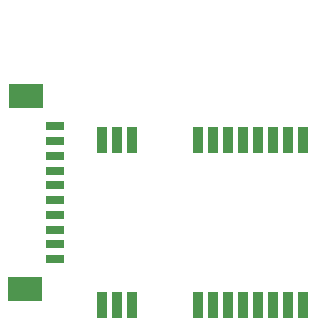
<source format=gbp>
G04*
G04 #@! TF.GenerationSoftware,Altium Limited,Altium Designer,19.0.15 (446)*
G04*
G04 Layer_Color=128*
%FSAX25Y25*%
%MOIN*%
G70*
G01*
G75*
%ADD73R,0.03543X0.08661*%
%ADD74R,0.11811X0.08268*%
%ADD75R,0.06299X0.03150*%
%ADD80C,0.00039*%
D73*
X0754036Y3227456D02*
D03*
X0759036D02*
D03*
X0764036D02*
D03*
X0785965D02*
D03*
X0790965D02*
D03*
X0795965D02*
D03*
X0800965D02*
D03*
X0805965D02*
D03*
X0810965D02*
D03*
X0815965D02*
D03*
X0820965D02*
D03*
Y3282574D02*
D03*
X0815965D02*
D03*
X0810965D02*
D03*
X0805965D02*
D03*
X0800965D02*
D03*
X0795965D02*
D03*
X0790965Y3282613D02*
D03*
X0785965Y3282574D02*
D03*
X0764036D02*
D03*
X0759036D02*
D03*
X0754036D02*
D03*
D74*
X0728643Y3297042D02*
D03*
X0728446Y3232968D02*
D03*
D75*
X0738288Y3242810D02*
D03*
Y3247731D02*
D03*
Y3252653D02*
D03*
Y3257574D02*
D03*
Y3262495D02*
D03*
Y3267416D02*
D03*
Y3272338D02*
D03*
Y3277259D02*
D03*
Y3282180D02*
D03*
Y3287102D02*
D03*
D80*
X0801162Y3321747D02*
D03*
X0801477Y3326747D02*
D03*
X0796162Y3321747D02*
D03*
Y3326747D02*
D03*
X0791162Y3321747D02*
D03*
Y3326747D02*
D03*
M02*

</source>
